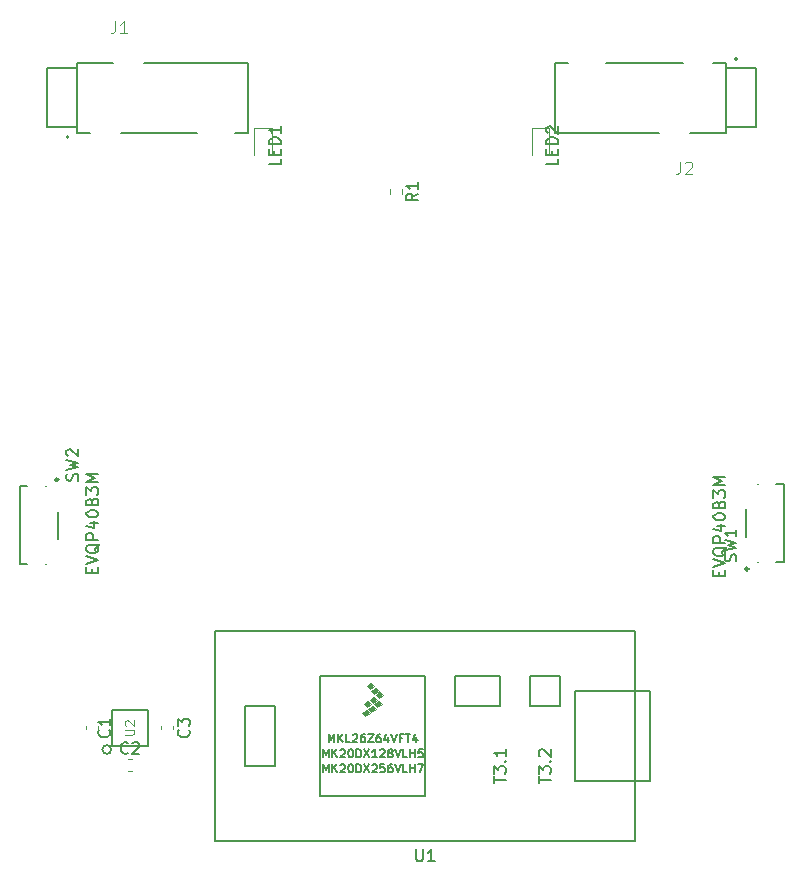
<source format=gbr>
%TF.GenerationSoftware,KiCad,Pcbnew,(5.1.9-0-10_14)*%
%TF.CreationDate,2021-02-02T08:17:03-08:00*%
%TF.ProjectId,integrator,696e7465-6772-4617-946f-722e6b696361,rev?*%
%TF.SameCoordinates,Original*%
%TF.FileFunction,Legend,Top*%
%TF.FilePolarity,Positive*%
%FSLAX46Y46*%
G04 Gerber Fmt 4.6, Leading zero omitted, Abs format (unit mm)*
G04 Created by KiCad (PCBNEW (5.1.9-0-10_14)) date 2021-02-02 08:17:03*
%MOMM*%
%LPD*%
G01*
G04 APERTURE LIST*
%ADD10C,0.150000*%
%ADD11C,0.250000*%
%ADD12C,0.120000*%
%ADD13C,0.127000*%
%ADD14C,0.200000*%
%ADD15C,0.100000*%
%ADD16C,0.015000*%
G04 APERTURE END LIST*
D10*
%TO.C,SW1*%
X206181000Y-69300000D02*
X206131000Y-69300000D01*
X208356000Y-69300000D02*
X207731000Y-69300000D01*
X208356000Y-69300000D02*
X208356000Y-62700000D01*
X206181000Y-62700000D02*
X206131000Y-62700000D01*
X208356000Y-62700000D02*
X207731000Y-62700000D01*
X205156000Y-67175000D02*
X205156000Y-64825000D01*
D11*
X205356000Y-69875000D02*
G75*
G03*
X205356000Y-69875000I-125000J0D01*
G01*
D10*
%TO.C,SW2*%
X145863000Y-62892400D02*
X145913000Y-62892400D01*
X143688000Y-62892400D02*
X144313000Y-62892400D01*
X143688000Y-62892400D02*
X143688000Y-69492400D01*
X145863000Y-69492400D02*
X145913000Y-69492400D01*
X143688000Y-69492400D02*
X144313000Y-69492400D01*
X146888000Y-65017400D02*
X146888000Y-67367400D01*
D11*
X146938000Y-62317400D02*
G75*
G03*
X146938000Y-62317400I-125000J0D01*
G01*
D12*
%TO.C,LED1*%
X164985000Y-34837500D02*
X164985000Y-32552500D01*
X164985000Y-32552500D02*
X163515000Y-32552500D01*
X163515000Y-32552500D02*
X163515000Y-34837500D01*
%TO.C,LED2*%
X188485000Y-34837500D02*
X188485000Y-32552500D01*
X188485000Y-32552500D02*
X187015000Y-32552500D01*
X187015000Y-32552500D02*
X187015000Y-34837500D01*
%TO.C,C1*%
X150325000Y-83189420D02*
X150325000Y-83470580D01*
X149305000Y-83189420D02*
X149305000Y-83470580D01*
%TO.C,C2*%
X152849420Y-87015000D02*
X153130580Y-87015000D01*
X152849420Y-85995000D02*
X153130580Y-85995000D01*
%TO.C,C3*%
X156675000Y-83189420D02*
X156675000Y-83470580D01*
X155655000Y-83189420D02*
X155655000Y-83470580D01*
D13*
%TO.C,J1*%
X148500000Y-33000000D02*
X148500000Y-32500000D01*
X148500000Y-32500000D02*
X148500000Y-27500000D01*
X148500000Y-27500000D02*
X148500000Y-27000000D01*
X148500000Y-27000000D02*
X151600000Y-27000000D01*
X154200000Y-27000000D02*
X163000000Y-27000000D01*
X163000000Y-27000000D02*
X163000000Y-33000000D01*
X148500000Y-33000000D02*
X149600000Y-33000000D01*
X152200000Y-33000000D02*
X158700000Y-33000000D01*
D14*
X147800000Y-33300000D02*
G75*
G03*
X147800000Y-33300000I-100000J0D01*
G01*
D13*
X161900000Y-33000000D02*
X163000000Y-33000000D01*
X148500000Y-27500000D02*
X146000000Y-27500000D01*
X146000000Y-27500000D02*
X146000000Y-32500000D01*
X146000000Y-32500000D02*
X148500000Y-32500000D01*
%TO.C,J2*%
X206000000Y-27500000D02*
X203500000Y-27500000D01*
X206000000Y-32500000D02*
X206000000Y-27500000D01*
X203500000Y-32500000D02*
X206000000Y-32500000D01*
X190100000Y-27000000D02*
X189000000Y-27000000D01*
D14*
X204400000Y-26700000D02*
G75*
G03*
X204400000Y-26700000I-100000J0D01*
G01*
D13*
X199800000Y-27000000D02*
X193300000Y-27000000D01*
X203500000Y-27000000D02*
X202400000Y-27000000D01*
X189000000Y-33000000D02*
X189000000Y-27000000D01*
X197800000Y-33000000D02*
X189000000Y-33000000D01*
X203500000Y-33000000D02*
X200400000Y-33000000D01*
X203500000Y-32500000D02*
X203500000Y-33000000D01*
X203500000Y-27500000D02*
X203500000Y-32500000D01*
X203500000Y-27000000D02*
X203500000Y-27500000D01*
D12*
%TO.C,R1*%
X174977500Y-37687742D02*
X174977500Y-38162258D01*
X176022500Y-37687742D02*
X176022500Y-38162258D01*
D15*
%TO.C,U1*%
G36*
X173174000Y-81079000D02*
G01*
X173428000Y-81333000D01*
X173047000Y-81587000D01*
X172793000Y-81333000D01*
X173174000Y-81079000D01*
G37*
X173174000Y-81079000D02*
X173428000Y-81333000D01*
X173047000Y-81587000D01*
X172793000Y-81333000D01*
X173174000Y-81079000D01*
G36*
X174190000Y-80317000D02*
G01*
X174444000Y-80571000D01*
X174063000Y-80825000D01*
X173809000Y-80571000D01*
X174190000Y-80317000D01*
G37*
X174190000Y-80317000D02*
X174444000Y-80571000D01*
X174063000Y-80825000D01*
X173809000Y-80571000D01*
X174190000Y-80317000D01*
G36*
X173428000Y-79555000D02*
G01*
X173682000Y-79809000D01*
X173301000Y-80063000D01*
X173047000Y-79809000D01*
X173428000Y-79555000D01*
G37*
X173428000Y-79555000D02*
X173682000Y-79809000D01*
X173301000Y-80063000D01*
X173047000Y-79809000D01*
X173428000Y-79555000D01*
G36*
X173555000Y-81460000D02*
G01*
X173809000Y-81714000D01*
X173428000Y-81968000D01*
X173174000Y-81714000D01*
X173555000Y-81460000D01*
G37*
X173555000Y-81460000D02*
X173809000Y-81714000D01*
X173428000Y-81968000D01*
X173174000Y-81714000D01*
X173555000Y-81460000D01*
G36*
X173809000Y-79936000D02*
G01*
X174063000Y-80190000D01*
X173682000Y-80444000D01*
X173428000Y-80190000D01*
X173809000Y-79936000D01*
G37*
X173809000Y-79936000D02*
X174063000Y-80190000D01*
X173682000Y-80444000D01*
X173428000Y-80190000D01*
X173809000Y-79936000D01*
G36*
X173047000Y-81841000D02*
G01*
X173301000Y-82095000D01*
X172920000Y-82349000D01*
X172666000Y-82095000D01*
X173047000Y-81841000D01*
G37*
X173047000Y-81841000D02*
X173301000Y-82095000D01*
X172920000Y-82349000D01*
X172666000Y-82095000D01*
X173047000Y-81841000D01*
G36*
X173682000Y-80698000D02*
G01*
X173936000Y-80952000D01*
X173555000Y-81206000D01*
X173301000Y-80952000D01*
X173682000Y-80698000D01*
G37*
X173682000Y-80698000D02*
X173936000Y-80952000D01*
X173555000Y-81206000D01*
X173301000Y-80952000D01*
X173682000Y-80698000D01*
G36*
X174063000Y-81079000D02*
G01*
X174317000Y-81333000D01*
X173936000Y-81587000D01*
X173682000Y-81333000D01*
X174063000Y-81079000D01*
G37*
X174063000Y-81079000D02*
X174317000Y-81333000D01*
X173936000Y-81587000D01*
X173682000Y-81333000D01*
X174063000Y-81079000D01*
D10*
X195780000Y-75110000D02*
X195780000Y-92890000D01*
X160220000Y-75110000D02*
X195780000Y-75110000D01*
X160220000Y-92890000D02*
X160220000Y-75110000D01*
X195780000Y-92890000D02*
X160220000Y-92890000D01*
X169110000Y-78920000D02*
X178000000Y-78920000D01*
X169110000Y-89080000D02*
X178000000Y-89080000D01*
X178000000Y-89080000D02*
X178000000Y-78920000D01*
X169110000Y-78920000D02*
X169110000Y-89080000D01*
X165300000Y-86540000D02*
X162760000Y-86540000D01*
X165300000Y-81460000D02*
X165300000Y-86540000D01*
X162760000Y-81460000D02*
X165300000Y-81460000D01*
X162760000Y-86540000D02*
X162760000Y-81460000D01*
X189430000Y-81460000D02*
X189430000Y-78920000D01*
X186890000Y-81460000D02*
X189430000Y-81460000D01*
X186890000Y-78920000D02*
X186890000Y-81460000D01*
X189430000Y-78920000D02*
X186890000Y-78920000D01*
X190700000Y-80190000D02*
X195780000Y-80190000D01*
X190700000Y-87810000D02*
X195780000Y-87810000D01*
X190700000Y-80190000D02*
X190700000Y-87810000D01*
X184350000Y-81460000D02*
X184350000Y-78920000D01*
X180540000Y-81460000D02*
X184350000Y-81460000D01*
X180540000Y-78920000D02*
X180540000Y-81460000D01*
X184350000Y-78920000D02*
X180540000Y-78920000D01*
X197050000Y-87810000D02*
X195780000Y-87810000D01*
X197050000Y-80190000D02*
X197050000Y-87810000D01*
X195780000Y-80190000D02*
X197050000Y-80190000D01*
D13*
%TO.C,U2*%
X151414831Y-85160000D02*
G75*
G03*
X151414831Y-85160000I-374831J0D01*
G01*
X154490000Y-81830000D02*
X154490000Y-84830000D01*
X151490000Y-81830000D02*
X154490000Y-81830000D01*
X151490000Y-84830000D02*
X151490000Y-81830000D01*
X154490000Y-84830000D02*
X151490000Y-84830000D01*
%TO.C,SW1*%
D10*
X204285761Y-69212023D02*
X204333380Y-69069166D01*
X204333380Y-68831071D01*
X204285761Y-68735833D01*
X204238142Y-68688214D01*
X204142904Y-68640595D01*
X204047666Y-68640595D01*
X203952428Y-68688214D01*
X203904809Y-68735833D01*
X203857190Y-68831071D01*
X203809571Y-69021547D01*
X203761952Y-69116785D01*
X203714333Y-69164404D01*
X203619095Y-69212023D01*
X203523857Y-69212023D01*
X203428619Y-69164404D01*
X203381000Y-69116785D01*
X203333380Y-69021547D01*
X203333380Y-68783452D01*
X203381000Y-68640595D01*
X203333380Y-68307261D02*
X204333380Y-68069166D01*
X203619095Y-67878690D01*
X204333380Y-67688214D01*
X203333380Y-67450119D01*
X204333380Y-66545357D02*
X204333380Y-67116785D01*
X204333380Y-66831071D02*
X203333380Y-66831071D01*
X203476238Y-66926309D01*
X203571476Y-67021547D01*
X203619095Y-67116785D01*
X202874571Y-70460666D02*
X202874571Y-70127333D01*
X203398380Y-69984476D02*
X203398380Y-70460666D01*
X202398380Y-70460666D01*
X202398380Y-69984476D01*
X202398380Y-69698761D02*
X203398380Y-69365428D01*
X202398380Y-69032095D01*
X203493619Y-68032095D02*
X203446000Y-68127333D01*
X203350761Y-68222571D01*
X203207904Y-68365428D01*
X203160285Y-68460666D01*
X203160285Y-68555904D01*
X203398380Y-68508285D02*
X203350761Y-68603523D01*
X203255523Y-68698761D01*
X203065047Y-68746380D01*
X202731714Y-68746380D01*
X202541238Y-68698761D01*
X202446000Y-68603523D01*
X202398380Y-68508285D01*
X202398380Y-68317809D01*
X202446000Y-68222571D01*
X202541238Y-68127333D01*
X202731714Y-68079714D01*
X203065047Y-68079714D01*
X203255523Y-68127333D01*
X203350761Y-68222571D01*
X203398380Y-68317809D01*
X203398380Y-68508285D01*
X203398380Y-67651142D02*
X202398380Y-67651142D01*
X202398380Y-67270190D01*
X202446000Y-67174952D01*
X202493619Y-67127333D01*
X202588857Y-67079714D01*
X202731714Y-67079714D01*
X202826952Y-67127333D01*
X202874571Y-67174952D01*
X202922190Y-67270190D01*
X202922190Y-67651142D01*
X202731714Y-66222571D02*
X203398380Y-66222571D01*
X202350761Y-66460666D02*
X203065047Y-66698761D01*
X203065047Y-66079714D01*
X202398380Y-65508285D02*
X202398380Y-65413047D01*
X202446000Y-65317809D01*
X202493619Y-65270190D01*
X202588857Y-65222571D01*
X202779333Y-65174952D01*
X203017428Y-65174952D01*
X203207904Y-65222571D01*
X203303142Y-65270190D01*
X203350761Y-65317809D01*
X203398380Y-65413047D01*
X203398380Y-65508285D01*
X203350761Y-65603523D01*
X203303142Y-65651142D01*
X203207904Y-65698761D01*
X203017428Y-65746380D01*
X202779333Y-65746380D01*
X202588857Y-65698761D01*
X202493619Y-65651142D01*
X202446000Y-65603523D01*
X202398380Y-65508285D01*
X202874571Y-64413047D02*
X202922190Y-64270190D01*
X202969809Y-64222571D01*
X203065047Y-64174952D01*
X203207904Y-64174952D01*
X203303142Y-64222571D01*
X203350761Y-64270190D01*
X203398380Y-64365428D01*
X203398380Y-64746380D01*
X202398380Y-64746380D01*
X202398380Y-64413047D01*
X202446000Y-64317809D01*
X202493619Y-64270190D01*
X202588857Y-64222571D01*
X202684095Y-64222571D01*
X202779333Y-64270190D01*
X202826952Y-64317809D01*
X202874571Y-64413047D01*
X202874571Y-64746380D01*
X202398380Y-63841619D02*
X202398380Y-63222571D01*
X202779333Y-63555904D01*
X202779333Y-63413047D01*
X202826952Y-63317809D01*
X202874571Y-63270190D01*
X202969809Y-63222571D01*
X203207904Y-63222571D01*
X203303142Y-63270190D01*
X203350761Y-63317809D01*
X203398380Y-63413047D01*
X203398380Y-63698761D01*
X203350761Y-63794000D01*
X203303142Y-63841619D01*
X203398380Y-62794000D02*
X202398380Y-62794000D01*
X203112666Y-62460666D01*
X202398380Y-62127333D01*
X203398380Y-62127333D01*
%TO.C,SW2*%
X148567761Y-62404423D02*
X148615380Y-62261566D01*
X148615380Y-62023471D01*
X148567761Y-61928233D01*
X148520142Y-61880614D01*
X148424904Y-61832995D01*
X148329666Y-61832995D01*
X148234428Y-61880614D01*
X148186809Y-61928233D01*
X148139190Y-62023471D01*
X148091571Y-62213947D01*
X148043952Y-62309185D01*
X147996333Y-62356804D01*
X147901095Y-62404423D01*
X147805857Y-62404423D01*
X147710619Y-62356804D01*
X147663000Y-62309185D01*
X147615380Y-62213947D01*
X147615380Y-61975852D01*
X147663000Y-61832995D01*
X147615380Y-61499661D02*
X148615380Y-61261566D01*
X147901095Y-61071090D01*
X148615380Y-60880614D01*
X147615380Y-60642519D01*
X147710619Y-60309185D02*
X147663000Y-60261566D01*
X147615380Y-60166328D01*
X147615380Y-59928233D01*
X147663000Y-59832995D01*
X147710619Y-59785376D01*
X147805857Y-59737757D01*
X147901095Y-59737757D01*
X148043952Y-59785376D01*
X148615380Y-60356804D01*
X148615380Y-59737757D01*
X149788571Y-70206666D02*
X149788571Y-69873333D01*
X150312380Y-69730476D02*
X150312380Y-70206666D01*
X149312380Y-70206666D01*
X149312380Y-69730476D01*
X149312380Y-69444761D02*
X150312380Y-69111428D01*
X149312380Y-68778095D01*
X150407619Y-67778095D02*
X150360000Y-67873333D01*
X150264761Y-67968571D01*
X150121904Y-68111428D01*
X150074285Y-68206666D01*
X150074285Y-68301904D01*
X150312380Y-68254285D02*
X150264761Y-68349523D01*
X150169523Y-68444761D01*
X149979047Y-68492380D01*
X149645714Y-68492380D01*
X149455238Y-68444761D01*
X149360000Y-68349523D01*
X149312380Y-68254285D01*
X149312380Y-68063809D01*
X149360000Y-67968571D01*
X149455238Y-67873333D01*
X149645714Y-67825714D01*
X149979047Y-67825714D01*
X150169523Y-67873333D01*
X150264761Y-67968571D01*
X150312380Y-68063809D01*
X150312380Y-68254285D01*
X150312380Y-67397142D02*
X149312380Y-67397142D01*
X149312380Y-67016190D01*
X149360000Y-66920952D01*
X149407619Y-66873333D01*
X149502857Y-66825714D01*
X149645714Y-66825714D01*
X149740952Y-66873333D01*
X149788571Y-66920952D01*
X149836190Y-67016190D01*
X149836190Y-67397142D01*
X149645714Y-65968571D02*
X150312380Y-65968571D01*
X149264761Y-66206666D02*
X149979047Y-66444761D01*
X149979047Y-65825714D01*
X149312380Y-65254285D02*
X149312380Y-65159047D01*
X149360000Y-65063809D01*
X149407619Y-65016190D01*
X149502857Y-64968571D01*
X149693333Y-64920952D01*
X149931428Y-64920952D01*
X150121904Y-64968571D01*
X150217142Y-65016190D01*
X150264761Y-65063809D01*
X150312380Y-65159047D01*
X150312380Y-65254285D01*
X150264761Y-65349523D01*
X150217142Y-65397142D01*
X150121904Y-65444761D01*
X149931428Y-65492380D01*
X149693333Y-65492380D01*
X149502857Y-65444761D01*
X149407619Y-65397142D01*
X149360000Y-65349523D01*
X149312380Y-65254285D01*
X149788571Y-64159047D02*
X149836190Y-64016190D01*
X149883809Y-63968571D01*
X149979047Y-63920952D01*
X150121904Y-63920952D01*
X150217142Y-63968571D01*
X150264761Y-64016190D01*
X150312380Y-64111428D01*
X150312380Y-64492380D01*
X149312380Y-64492380D01*
X149312380Y-64159047D01*
X149360000Y-64063809D01*
X149407619Y-64016190D01*
X149502857Y-63968571D01*
X149598095Y-63968571D01*
X149693333Y-64016190D01*
X149740952Y-64063809D01*
X149788571Y-64159047D01*
X149788571Y-64492380D01*
X149312380Y-63587619D02*
X149312380Y-62968571D01*
X149693333Y-63301904D01*
X149693333Y-63159047D01*
X149740952Y-63063809D01*
X149788571Y-63016190D01*
X149883809Y-62968571D01*
X150121904Y-62968571D01*
X150217142Y-63016190D01*
X150264761Y-63063809D01*
X150312380Y-63159047D01*
X150312380Y-63444761D01*
X150264761Y-63540000D01*
X150217142Y-63587619D01*
X150312380Y-62540000D02*
X149312380Y-62540000D01*
X150026666Y-62206666D01*
X149312380Y-61873333D01*
X150312380Y-61873333D01*
%TO.C,LED1*%
X165752380Y-35156547D02*
X165752380Y-35632738D01*
X164752380Y-35632738D01*
X165228571Y-34823214D02*
X165228571Y-34489880D01*
X165752380Y-34347023D02*
X165752380Y-34823214D01*
X164752380Y-34823214D01*
X164752380Y-34347023D01*
X165752380Y-33918452D02*
X164752380Y-33918452D01*
X164752380Y-33680357D01*
X164800000Y-33537500D01*
X164895238Y-33442261D01*
X164990476Y-33394642D01*
X165180952Y-33347023D01*
X165323809Y-33347023D01*
X165514285Y-33394642D01*
X165609523Y-33442261D01*
X165704761Y-33537500D01*
X165752380Y-33680357D01*
X165752380Y-33918452D01*
X165752380Y-32394642D02*
X165752380Y-32966071D01*
X165752380Y-32680357D02*
X164752380Y-32680357D01*
X164895238Y-32775595D01*
X164990476Y-32870833D01*
X165038095Y-32966071D01*
%TO.C,LED2*%
X189252380Y-35156547D02*
X189252380Y-35632738D01*
X188252380Y-35632738D01*
X188728571Y-34823214D02*
X188728571Y-34489880D01*
X189252380Y-34347023D02*
X189252380Y-34823214D01*
X188252380Y-34823214D01*
X188252380Y-34347023D01*
X189252380Y-33918452D02*
X188252380Y-33918452D01*
X188252380Y-33680357D01*
X188300000Y-33537500D01*
X188395238Y-33442261D01*
X188490476Y-33394642D01*
X188680952Y-33347023D01*
X188823809Y-33347023D01*
X189014285Y-33394642D01*
X189109523Y-33442261D01*
X189204761Y-33537500D01*
X189252380Y-33680357D01*
X189252380Y-33918452D01*
X188347619Y-32966071D02*
X188300000Y-32918452D01*
X188252380Y-32823214D01*
X188252380Y-32585119D01*
X188300000Y-32489880D01*
X188347619Y-32442261D01*
X188442857Y-32394642D01*
X188538095Y-32394642D01*
X188680952Y-32442261D01*
X189252380Y-33013690D01*
X189252380Y-32394642D01*
%TO.C,C1*%
X151222142Y-83496666D02*
X151269761Y-83544285D01*
X151317380Y-83687142D01*
X151317380Y-83782380D01*
X151269761Y-83925238D01*
X151174523Y-84020476D01*
X151079285Y-84068095D01*
X150888809Y-84115714D01*
X150745952Y-84115714D01*
X150555476Y-84068095D01*
X150460238Y-84020476D01*
X150365000Y-83925238D01*
X150317380Y-83782380D01*
X150317380Y-83687142D01*
X150365000Y-83544285D01*
X150412619Y-83496666D01*
X151317380Y-82544285D02*
X151317380Y-83115714D01*
X151317380Y-82830000D02*
X150317380Y-82830000D01*
X150460238Y-82925238D01*
X150555476Y-83020476D01*
X150603095Y-83115714D01*
%TO.C,C2*%
X152823333Y-85432142D02*
X152775714Y-85479761D01*
X152632857Y-85527380D01*
X152537619Y-85527380D01*
X152394761Y-85479761D01*
X152299523Y-85384523D01*
X152251904Y-85289285D01*
X152204285Y-85098809D01*
X152204285Y-84955952D01*
X152251904Y-84765476D01*
X152299523Y-84670238D01*
X152394761Y-84575000D01*
X152537619Y-84527380D01*
X152632857Y-84527380D01*
X152775714Y-84575000D01*
X152823333Y-84622619D01*
X153204285Y-84622619D02*
X153251904Y-84575000D01*
X153347142Y-84527380D01*
X153585238Y-84527380D01*
X153680476Y-84575000D01*
X153728095Y-84622619D01*
X153775714Y-84717857D01*
X153775714Y-84813095D01*
X153728095Y-84955952D01*
X153156666Y-85527380D01*
X153775714Y-85527380D01*
%TO.C,C3*%
X157952142Y-83496666D02*
X157999761Y-83544285D01*
X158047380Y-83687142D01*
X158047380Y-83782380D01*
X157999761Y-83925238D01*
X157904523Y-84020476D01*
X157809285Y-84068095D01*
X157618809Y-84115714D01*
X157475952Y-84115714D01*
X157285476Y-84068095D01*
X157190238Y-84020476D01*
X157095000Y-83925238D01*
X157047380Y-83782380D01*
X157047380Y-83687142D01*
X157095000Y-83544285D01*
X157142619Y-83496666D01*
X157047380Y-83163333D02*
X157047380Y-82544285D01*
X157428333Y-82877619D01*
X157428333Y-82734761D01*
X157475952Y-82639523D01*
X157523571Y-82591904D01*
X157618809Y-82544285D01*
X157856904Y-82544285D01*
X157952142Y-82591904D01*
X157999761Y-82639523D01*
X158047380Y-82734761D01*
X158047380Y-83020476D01*
X157999761Y-83115714D01*
X157952142Y-83163333D01*
%TO.C,J1*%
D16*
X151741217Y-23506388D02*
X151741217Y-24221883D01*
X151693517Y-24364982D01*
X151598118Y-24460382D01*
X151455019Y-24508081D01*
X151359620Y-24508081D01*
X152742910Y-24508081D02*
X152170514Y-24508081D01*
X152456712Y-24508081D02*
X152456712Y-23506388D01*
X152361313Y-23649487D01*
X152265913Y-23744887D01*
X152170514Y-23792586D01*
%TO.C,J2*%
X199590987Y-35396518D02*
X199590987Y-36112013D01*
X199543287Y-36255112D01*
X199447888Y-36350512D01*
X199304789Y-36398211D01*
X199209390Y-36398211D01*
X200020284Y-35491918D02*
X200067984Y-35444218D01*
X200163383Y-35396518D01*
X200401881Y-35396518D01*
X200497281Y-35444218D01*
X200544980Y-35491918D01*
X200592680Y-35587317D01*
X200592680Y-35682716D01*
X200544980Y-35825815D01*
X199972584Y-36398211D01*
X200592680Y-36398211D01*
%TO.C,R1*%
D10*
X177382380Y-38091666D02*
X176906190Y-38425000D01*
X177382380Y-38663095D02*
X176382380Y-38663095D01*
X176382380Y-38282142D01*
X176430000Y-38186904D01*
X176477619Y-38139285D01*
X176572857Y-38091666D01*
X176715714Y-38091666D01*
X176810952Y-38139285D01*
X176858571Y-38186904D01*
X176906190Y-38282142D01*
X176906190Y-38663095D01*
X177382380Y-37139285D02*
X177382380Y-37710714D01*
X177382380Y-37425000D02*
X176382380Y-37425000D01*
X176525238Y-37520238D01*
X176620476Y-37615476D01*
X176668095Y-37710714D01*
%TO.C,U1*%
X177238095Y-93612380D02*
X177238095Y-94421904D01*
X177285714Y-94517142D01*
X177333333Y-94564761D01*
X177428571Y-94612380D01*
X177619047Y-94612380D01*
X177714285Y-94564761D01*
X177761904Y-94517142D01*
X177809523Y-94421904D01*
X177809523Y-93612380D01*
X178809523Y-94612380D02*
X178238095Y-94612380D01*
X178523809Y-94612380D02*
X178523809Y-93612380D01*
X178428571Y-93755238D01*
X178333333Y-93850476D01*
X178238095Y-93898095D01*
X187612380Y-88016190D02*
X187612380Y-87444761D01*
X188612380Y-87730476D02*
X187612380Y-87730476D01*
X187612380Y-87206666D02*
X187612380Y-86587619D01*
X187993333Y-86920952D01*
X187993333Y-86778095D01*
X188040952Y-86682857D01*
X188088571Y-86635238D01*
X188183809Y-86587619D01*
X188421904Y-86587619D01*
X188517142Y-86635238D01*
X188564761Y-86682857D01*
X188612380Y-86778095D01*
X188612380Y-87063809D01*
X188564761Y-87159047D01*
X188517142Y-87206666D01*
X188517142Y-86159047D02*
X188564761Y-86111428D01*
X188612380Y-86159047D01*
X188564761Y-86206666D01*
X188517142Y-86159047D01*
X188612380Y-86159047D01*
X187707619Y-85730476D02*
X187660000Y-85682857D01*
X187612380Y-85587619D01*
X187612380Y-85349523D01*
X187660000Y-85254285D01*
X187707619Y-85206666D01*
X187802857Y-85159047D01*
X187898095Y-85159047D01*
X188040952Y-85206666D01*
X188612380Y-85778095D01*
X188612380Y-85159047D01*
X183802380Y-88016190D02*
X183802380Y-87444761D01*
X184802380Y-87730476D02*
X183802380Y-87730476D01*
X183802380Y-87206666D02*
X183802380Y-86587619D01*
X184183333Y-86920952D01*
X184183333Y-86778095D01*
X184230952Y-86682857D01*
X184278571Y-86635238D01*
X184373809Y-86587619D01*
X184611904Y-86587619D01*
X184707142Y-86635238D01*
X184754761Y-86682857D01*
X184802380Y-86778095D01*
X184802380Y-87063809D01*
X184754761Y-87159047D01*
X184707142Y-87206666D01*
X184707142Y-86159047D02*
X184754761Y-86111428D01*
X184802380Y-86159047D01*
X184754761Y-86206666D01*
X184707142Y-86159047D01*
X184802380Y-86159047D01*
X184802380Y-85159047D02*
X184802380Y-85730476D01*
X184802380Y-85444761D02*
X183802380Y-85444761D01*
X183945238Y-85540000D01*
X184040476Y-85635238D01*
X184088095Y-85730476D01*
X169338333Y-87110666D02*
X169338333Y-86410666D01*
X169571666Y-86910666D01*
X169805000Y-86410666D01*
X169805000Y-87110666D01*
X170138333Y-87110666D02*
X170138333Y-86410666D01*
X170538333Y-87110666D02*
X170238333Y-86710666D01*
X170538333Y-86410666D02*
X170138333Y-86810666D01*
X170805000Y-86477333D02*
X170838333Y-86444000D01*
X170905000Y-86410666D01*
X171071666Y-86410666D01*
X171138333Y-86444000D01*
X171171666Y-86477333D01*
X171205000Y-86544000D01*
X171205000Y-86610666D01*
X171171666Y-86710666D01*
X170771666Y-87110666D01*
X171205000Y-87110666D01*
X171638333Y-86410666D02*
X171705000Y-86410666D01*
X171771666Y-86444000D01*
X171805000Y-86477333D01*
X171838333Y-86544000D01*
X171871666Y-86677333D01*
X171871666Y-86844000D01*
X171838333Y-86977333D01*
X171805000Y-87044000D01*
X171771666Y-87077333D01*
X171705000Y-87110666D01*
X171638333Y-87110666D01*
X171571666Y-87077333D01*
X171538333Y-87044000D01*
X171505000Y-86977333D01*
X171471666Y-86844000D01*
X171471666Y-86677333D01*
X171505000Y-86544000D01*
X171538333Y-86477333D01*
X171571666Y-86444000D01*
X171638333Y-86410666D01*
X172171666Y-87110666D02*
X172171666Y-86410666D01*
X172338333Y-86410666D01*
X172438333Y-86444000D01*
X172505000Y-86510666D01*
X172538333Y-86577333D01*
X172571666Y-86710666D01*
X172571666Y-86810666D01*
X172538333Y-86944000D01*
X172505000Y-87010666D01*
X172438333Y-87077333D01*
X172338333Y-87110666D01*
X172171666Y-87110666D01*
X172805000Y-86410666D02*
X173271666Y-87110666D01*
X173271666Y-86410666D02*
X172805000Y-87110666D01*
X173505000Y-86477333D02*
X173538333Y-86444000D01*
X173605000Y-86410666D01*
X173771666Y-86410666D01*
X173838333Y-86444000D01*
X173871666Y-86477333D01*
X173905000Y-86544000D01*
X173905000Y-86610666D01*
X173871666Y-86710666D01*
X173471666Y-87110666D01*
X173905000Y-87110666D01*
X174538333Y-86410666D02*
X174205000Y-86410666D01*
X174171666Y-86744000D01*
X174205000Y-86710666D01*
X174271666Y-86677333D01*
X174438333Y-86677333D01*
X174505000Y-86710666D01*
X174538333Y-86744000D01*
X174571666Y-86810666D01*
X174571666Y-86977333D01*
X174538333Y-87044000D01*
X174505000Y-87077333D01*
X174438333Y-87110666D01*
X174271666Y-87110666D01*
X174205000Y-87077333D01*
X174171666Y-87044000D01*
X175171666Y-86410666D02*
X175038333Y-86410666D01*
X174971666Y-86444000D01*
X174938333Y-86477333D01*
X174871666Y-86577333D01*
X174838333Y-86710666D01*
X174838333Y-86977333D01*
X174871666Y-87044000D01*
X174905000Y-87077333D01*
X174971666Y-87110666D01*
X175105000Y-87110666D01*
X175171666Y-87077333D01*
X175205000Y-87044000D01*
X175238333Y-86977333D01*
X175238333Y-86810666D01*
X175205000Y-86744000D01*
X175171666Y-86710666D01*
X175105000Y-86677333D01*
X174971666Y-86677333D01*
X174905000Y-86710666D01*
X174871666Y-86744000D01*
X174838333Y-86810666D01*
X175438333Y-86410666D02*
X175671666Y-87110666D01*
X175905000Y-86410666D01*
X176471666Y-87110666D02*
X176138333Y-87110666D01*
X176138333Y-86410666D01*
X176705000Y-87110666D02*
X176705000Y-86410666D01*
X176705000Y-86744000D02*
X177105000Y-86744000D01*
X177105000Y-87110666D02*
X177105000Y-86410666D01*
X177371666Y-86410666D02*
X177838333Y-86410666D01*
X177538333Y-87110666D01*
X169821666Y-84570666D02*
X169821666Y-83870666D01*
X170055000Y-84370666D01*
X170288333Y-83870666D01*
X170288333Y-84570666D01*
X170621666Y-84570666D02*
X170621666Y-83870666D01*
X171021666Y-84570666D02*
X170721666Y-84170666D01*
X171021666Y-83870666D02*
X170621666Y-84270666D01*
X171655000Y-84570666D02*
X171321666Y-84570666D01*
X171321666Y-83870666D01*
X171855000Y-83937333D02*
X171888333Y-83904000D01*
X171955000Y-83870666D01*
X172121666Y-83870666D01*
X172188333Y-83904000D01*
X172221666Y-83937333D01*
X172255000Y-84004000D01*
X172255000Y-84070666D01*
X172221666Y-84170666D01*
X171821666Y-84570666D01*
X172255000Y-84570666D01*
X172855000Y-83870666D02*
X172721666Y-83870666D01*
X172655000Y-83904000D01*
X172621666Y-83937333D01*
X172555000Y-84037333D01*
X172521666Y-84170666D01*
X172521666Y-84437333D01*
X172555000Y-84504000D01*
X172588333Y-84537333D01*
X172655000Y-84570666D01*
X172788333Y-84570666D01*
X172855000Y-84537333D01*
X172888333Y-84504000D01*
X172921666Y-84437333D01*
X172921666Y-84270666D01*
X172888333Y-84204000D01*
X172855000Y-84170666D01*
X172788333Y-84137333D01*
X172655000Y-84137333D01*
X172588333Y-84170666D01*
X172555000Y-84204000D01*
X172521666Y-84270666D01*
X173155000Y-83870666D02*
X173621666Y-83870666D01*
X173155000Y-84570666D01*
X173621666Y-84570666D01*
X174188333Y-83870666D02*
X174055000Y-83870666D01*
X173988333Y-83904000D01*
X173955000Y-83937333D01*
X173888333Y-84037333D01*
X173855000Y-84170666D01*
X173855000Y-84437333D01*
X173888333Y-84504000D01*
X173921666Y-84537333D01*
X173988333Y-84570666D01*
X174121666Y-84570666D01*
X174188333Y-84537333D01*
X174221666Y-84504000D01*
X174255000Y-84437333D01*
X174255000Y-84270666D01*
X174221666Y-84204000D01*
X174188333Y-84170666D01*
X174121666Y-84137333D01*
X173988333Y-84137333D01*
X173921666Y-84170666D01*
X173888333Y-84204000D01*
X173855000Y-84270666D01*
X174855000Y-84104000D02*
X174855000Y-84570666D01*
X174688333Y-83837333D02*
X174521666Y-84337333D01*
X174955000Y-84337333D01*
X175121666Y-83870666D02*
X175355000Y-84570666D01*
X175588333Y-83870666D01*
X176055000Y-84204000D02*
X175821666Y-84204000D01*
X175821666Y-84570666D02*
X175821666Y-83870666D01*
X176155000Y-83870666D01*
X176321666Y-83870666D02*
X176721666Y-83870666D01*
X176521666Y-84570666D02*
X176521666Y-83870666D01*
X177255000Y-84104000D02*
X177255000Y-84570666D01*
X177088333Y-83837333D02*
X176921666Y-84337333D01*
X177355000Y-84337333D01*
X169338333Y-85840666D02*
X169338333Y-85140666D01*
X169571666Y-85640666D01*
X169805000Y-85140666D01*
X169805000Y-85840666D01*
X170138333Y-85840666D02*
X170138333Y-85140666D01*
X170538333Y-85840666D02*
X170238333Y-85440666D01*
X170538333Y-85140666D02*
X170138333Y-85540666D01*
X170805000Y-85207333D02*
X170838333Y-85174000D01*
X170905000Y-85140666D01*
X171071666Y-85140666D01*
X171138333Y-85174000D01*
X171171666Y-85207333D01*
X171205000Y-85274000D01*
X171205000Y-85340666D01*
X171171666Y-85440666D01*
X170771666Y-85840666D01*
X171205000Y-85840666D01*
X171638333Y-85140666D02*
X171705000Y-85140666D01*
X171771666Y-85174000D01*
X171805000Y-85207333D01*
X171838333Y-85274000D01*
X171871666Y-85407333D01*
X171871666Y-85574000D01*
X171838333Y-85707333D01*
X171805000Y-85774000D01*
X171771666Y-85807333D01*
X171705000Y-85840666D01*
X171638333Y-85840666D01*
X171571666Y-85807333D01*
X171538333Y-85774000D01*
X171505000Y-85707333D01*
X171471666Y-85574000D01*
X171471666Y-85407333D01*
X171505000Y-85274000D01*
X171538333Y-85207333D01*
X171571666Y-85174000D01*
X171638333Y-85140666D01*
X172171666Y-85840666D02*
X172171666Y-85140666D01*
X172338333Y-85140666D01*
X172438333Y-85174000D01*
X172505000Y-85240666D01*
X172538333Y-85307333D01*
X172571666Y-85440666D01*
X172571666Y-85540666D01*
X172538333Y-85674000D01*
X172505000Y-85740666D01*
X172438333Y-85807333D01*
X172338333Y-85840666D01*
X172171666Y-85840666D01*
X172805000Y-85140666D02*
X173271666Y-85840666D01*
X173271666Y-85140666D02*
X172805000Y-85840666D01*
X173905000Y-85840666D02*
X173505000Y-85840666D01*
X173705000Y-85840666D02*
X173705000Y-85140666D01*
X173638333Y-85240666D01*
X173571666Y-85307333D01*
X173505000Y-85340666D01*
X174171666Y-85207333D02*
X174205000Y-85174000D01*
X174271666Y-85140666D01*
X174438333Y-85140666D01*
X174505000Y-85174000D01*
X174538333Y-85207333D01*
X174571666Y-85274000D01*
X174571666Y-85340666D01*
X174538333Y-85440666D01*
X174138333Y-85840666D01*
X174571666Y-85840666D01*
X174971666Y-85440666D02*
X174905000Y-85407333D01*
X174871666Y-85374000D01*
X174838333Y-85307333D01*
X174838333Y-85274000D01*
X174871666Y-85207333D01*
X174905000Y-85174000D01*
X174971666Y-85140666D01*
X175105000Y-85140666D01*
X175171666Y-85174000D01*
X175205000Y-85207333D01*
X175238333Y-85274000D01*
X175238333Y-85307333D01*
X175205000Y-85374000D01*
X175171666Y-85407333D01*
X175105000Y-85440666D01*
X174971666Y-85440666D01*
X174905000Y-85474000D01*
X174871666Y-85507333D01*
X174838333Y-85574000D01*
X174838333Y-85707333D01*
X174871666Y-85774000D01*
X174905000Y-85807333D01*
X174971666Y-85840666D01*
X175105000Y-85840666D01*
X175171666Y-85807333D01*
X175205000Y-85774000D01*
X175238333Y-85707333D01*
X175238333Y-85574000D01*
X175205000Y-85507333D01*
X175171666Y-85474000D01*
X175105000Y-85440666D01*
X175438333Y-85140666D02*
X175671666Y-85840666D01*
X175905000Y-85140666D01*
X176471666Y-85840666D02*
X176138333Y-85840666D01*
X176138333Y-85140666D01*
X176705000Y-85840666D02*
X176705000Y-85140666D01*
X176705000Y-85474000D02*
X177105000Y-85474000D01*
X177105000Y-85840666D02*
X177105000Y-85140666D01*
X177771666Y-85140666D02*
X177438333Y-85140666D01*
X177405000Y-85474000D01*
X177438333Y-85440666D01*
X177505000Y-85407333D01*
X177671666Y-85407333D01*
X177738333Y-85440666D01*
X177771666Y-85474000D01*
X177805000Y-85540666D01*
X177805000Y-85707333D01*
X177771666Y-85774000D01*
X177738333Y-85807333D01*
X177671666Y-85840666D01*
X177505000Y-85840666D01*
X177438333Y-85807333D01*
X177405000Y-85774000D01*
%TO.C,U2*%
D16*
X152558803Y-83929925D02*
X153196224Y-83929925D01*
X153271215Y-83892430D01*
X153308710Y-83854934D01*
X153346205Y-83779944D01*
X153346205Y-83629962D01*
X153308710Y-83554972D01*
X153271215Y-83517476D01*
X153196224Y-83479981D01*
X152558803Y-83479981D01*
X152633794Y-83142523D02*
X152596299Y-83105028D01*
X152558803Y-83030037D01*
X152558803Y-82842560D01*
X152596299Y-82767570D01*
X152633794Y-82730074D01*
X152708785Y-82692579D01*
X152783775Y-82692579D01*
X152896261Y-82730074D01*
X153346205Y-83180018D01*
X153346205Y-82692579D01*
%TD*%
M02*

</source>
